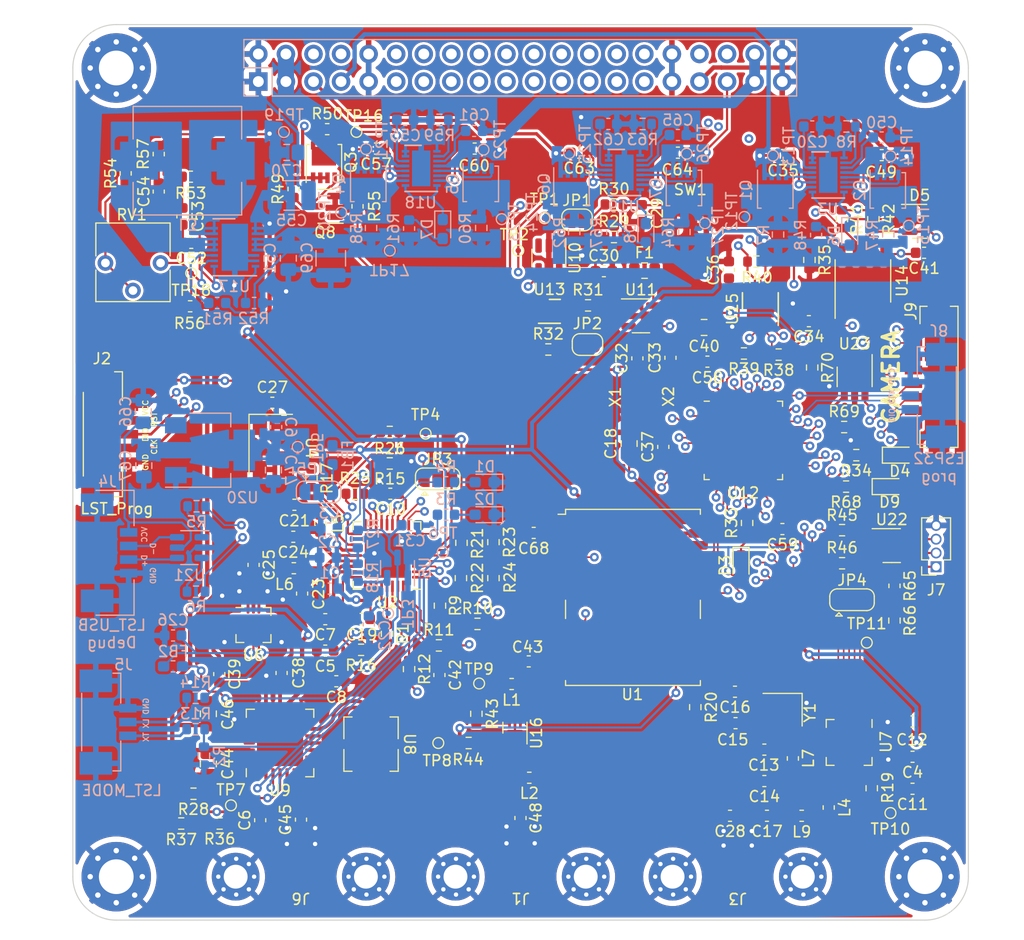
<source format=kicad_pcb>
(kicad_pcb (version 20211014) (generator pcbnew)

  (general
    (thickness 4.69)
  )

  (paper "A4")
  (layers
    (0 "F.Cu" signal)
    (1 "In1.Cu" signal)
    (2 "In2.Cu" signal)
    (31 "B.Cu" signal)
    (32 "B.Adhes" user "B.Adhesive")
    (33 "F.Adhes" user "F.Adhesive")
    (34 "B.Paste" user)
    (35 "F.Paste" user)
    (36 "B.SilkS" user "B.Silkscreen")
    (37 "F.SilkS" user "F.Silkscreen")
    (38 "B.Mask" user)
    (39 "F.Mask" user)
    (40 "Dwgs.User" user "User.Drawings")
    (41 "Cmts.User" user "User.Comments")
    (42 "Eco1.User" user "User.Eco1")
    (43 "Eco2.User" user "User.Eco2")
    (44 "Edge.Cuts" user)
    (45 "Margin" user)
    (46 "B.CrtYd" user "B.Courtyard")
    (47 "F.CrtYd" user "F.Courtyard")
    (48 "B.Fab" user)
    (49 "F.Fab" user)
    (50 "User.1" user)
    (51 "User.2" user)
    (52 "User.3" user)
    (53 "User.4" user)
    (54 "User.5" user)
    (55 "User.6" user)
    (56 "User.7" user)
    (57 "User.8" user)
    (58 "User.9" user)
  )

  (setup
    (stackup
      (layer "F.SilkS" (type "Top Silk Screen"))
      (layer "F.Paste" (type "Top Solder Paste"))
      (layer "F.Mask" (type "Top Solder Mask") (thickness 0.01))
      (layer "F.Cu" (type "copper") (thickness 0.035))
      (layer "dielectric 1" (type "core") (thickness 1.51) (material "FR4") (epsilon_r 4.5) (loss_tangent 0.02))
      (layer "In1.Cu" (type "copper") (thickness 0.035))
      (layer "dielectric 2" (type "prepreg") (thickness 1.51) (material "FR4") (epsilon_r 4.5) (loss_tangent 0.02))
      (layer "In2.Cu" (type "copper") (thickness 0.035))
      (layer "dielectric 3" (type "core") (thickness 1.51) (material "FR4") (epsilon_r 4.5) (loss_tangent 0.02))
      (layer "B.Cu" (type "copper") (thickness 0.035))
      (layer "B.Mask" (type "Bottom Solder Mask") (thickness 0.01))
      (layer "B.Paste" (type "Bottom Solder Paste"))
      (layer "B.SilkS" (type "Bottom Silk Screen"))
      (copper_finish "None")
      (dielectric_constraints no)
    )
    (pad_to_mask_clearance 0)
    (pcbplotparams
      (layerselection 0x00010fc_ffffffff)
      (disableapertmacros false)
      (usegerberextensions false)
      (usegerberattributes true)
      (usegerberadvancedattributes true)
      (creategerberjobfile true)
      (svguseinch false)
      (svgprecision 6)
      (excludeedgelayer true)
      (plotframeref false)
      (viasonmask false)
      (mode 1)
      (useauxorigin false)
      (hpglpennumber 1)
      (hpglpenspeed 20)
      (hpglpendiameter 15.000000)
      (dxfpolygonmode true)
      (dxfimperialunits true)
      (dxfusepcbnewfont true)
      (psnegative false)
      (psa4output false)
      (plotreference true)
      (plotvalue true)
      (plotinvisibletext false)
      (sketchpadsonfab false)
      (subtractmaskfromsilk false)
      (outputformat 1)
      (mirror false)
      (drillshape 1)
      (scaleselection 1)
      (outputdirectory "")
    )
  )

  (net 0 "")
  (net 1 "Net-(C1-Pad1)")
  (net 2 "GND")
  (net 3 "+3V3")
  (net 4 "/OpenLST (Beacon)/PA_VAPC")
  (net 5 "+3V8")
  (net 6 "/OpenLST (Beacon)/VDD_USB_LST")
  (net 7 "Net-(C12-Pad1)")
  (net 8 "Net-(C13-Pad2)")
  (net 9 "Net-(C15-Pad1)")
  (net 10 "Net-(C16-Pad1)")
  (net 11 "Net-(C17-Pad1)")
  (net 12 "Net-(C17-Pad2)")
  (net 13 "/MCU/MCU_POWER")
  (net 14 "Net-(C19-Pad1)")
  (net 15 "/3V3 power share/VCC_EN")
  (net 16 "Net-(C21-Pad2)")
  (net 17 "Net-(C22-Pad1)")
  (net 18 "Net-(C23-Pad2)")
  (net 19 "Net-(C24-Pad1)")
  (net 20 "Net-(C24-Pad2)")
  (net 21 "Net-(C25-Pad2)")
  (net 22 "Net-(C26-Pad1)")
  (net 23 "Net-(C29-Pad1)")
  (net 24 "/3V3 power share/EPS#1")
  (net 25 "Net-(C35-Pad2)")
  (net 26 "Net-(C38-Pad1)")
  (net 27 "Net-(C38-Pad2)")
  (net 28 "Net-(C39-Pad1)")
  (net 29 "Net-(C39-Pad2)")
  (net 30 "/MCU/VREF")
  (net 31 "Net-(C42-Pad1)")
  (net 32 "Net-(C43-Pad1)")
  (net 33 "Net-(C43-Pad2)")
  (net 34 "Net-(C45-Pad1)")
  (net 35 "Net-(C45-Pad2)")
  (net 36 "Net-(C48-Pad1)")
  (net 37 "Net-(C48-Pad2)")
  (net 38 "Net-(C49-Pad1)")
  (net 39 "/3V3 power share/EPS#2")
  (net 40 "Net-(C50-Pad1)")
  (net 41 "VIN")
  (net 42 "Net-(C52-Pad1)")
  (net 43 "Net-(C52-Pad2)")
  (net 44 "Net-(C53-Pad1)")
  (net 45 "Net-(C54-Pad1)")
  (net 46 "/Power Convertor/VBAT1/VCC_EN")
  (net 47 "/Power Convertor/EPS#1_VBAT")
  (net 48 "Net-(C57-Pad2)")
  (net 49 "Net-(C60-Pad1)")
  (net 50 "/Power Convertor/EPS#2_VBAT")
  (net 51 "Net-(C61-Pad1)")
  (net 52 "/5V power share/VCC_EN")
  (net 53 "/5V power share/EPS#1")
  (net 54 "Net-(C63-Pad2)")
  (net 55 "Net-(C64-Pad1)")
  (net 56 "/5V power share/EPS#2")
  (net 57 "Net-(C65-Pad1)")
  (net 58 "/OpenLST (Beacon)/USB_POWER_LST")
  (net 59 "Net-(D1-Pad2)")
  (net 60 "Net-(D2-Pad2)")
  (net 61 "Net-(D3-Pad1)")
  (net 62 "Net-(D4-Pad1)")
  (net 63 "/MCU/CAN_L")
  (net 64 "/MCU/CAN_H")
  (net 65 "Net-(D6-Pad1)")
  (net 66 "Net-(D6-Pad2)")
  (net 67 "Net-(D7-Pad1)")
  (net 68 "Net-(D7-Pad2)")
  (net 69 "Net-(D8-Pad1)")
  (net 70 "Net-(D8-Pad2)")
  (net 71 "Net-(D9-Pad1)")
  (net 72 "Net-(F1-Pad2)")
  (net 73 "Net-(FB1-Pad1)")
  (net 74 "/OpenLST (Beacon)/PROG_DD")
  (net 75 "/OpenLST (Beacon)/PROG_DC")
  (net 76 "/OpenLST (Beacon)/~{LST_RESET}")
  (net 77 "/MCU/USB_POWER")
  (net 78 "Net-(J7-Pad2)")
  (net 79 "Net-(J7-Pad3)")
  (net 80 "/MCU/SWCLK")
  (net 81 "/MCU/SWDIO")
  (net 82 "/MCU/QSPI_D1{slash}CAM_CSN")
  (net 83 "/MCU/QSPI_D2{slash}CAM_MOSI")
  (net 84 "/MCU/QSPI_D3{slash}CAM_MISO")
  (net 85 "/MCU/LED1_QSPI")
  (net 86 "+5V")
  (net 87 "/I2C_SDA")
  (net 88 "/I2C_SCL")
  (net 89 "unconnected-(J12-Pad6)")
  (net 90 "unconnected-(J12-Pad8)")
  (net 91 "unconnected-(J12-Pad11)")
  (net 92 "unconnected-(J12-Pad12)")
  (net 93 "unconnected-(J12-Pad13)")
  (net 94 "unconnected-(J12-Pad14)")
  (net 95 "unconnected-(J12-Pad15)")
  (net 96 "unconnected-(J12-Pad16)")
  (net 97 "unconnected-(J12-Pad17)")
  (net 98 "unconnected-(J12-Pad18)")
  (net 99 "/MCU/RS_485_~{B}")
  (net 100 "/MCU/RS_485_A")
  (net 101 "unconnected-(J12-Pad23)")
  (net 102 "unconnected-(J12-Pad24)")
  (net 103 "/MCU/LED1_CAM")
  (net 104 "/MCU/QSPI_SCK")
  (net 105 "/MCU/QSPI_NCS")
  (net 106 "unconnected-(J12-Pad34)")
  (net 107 "unconnected-(J12-Pad36)")
  (net 108 "Net-(JP1-Pad1)")
  (net 109 "/MCU/NRST")
  (net 110 "Net-(JP2-Pad1)")
  (net 111 "Net-(JP2-Pad2)")
  (net 112 "/OpenLST (Beacon)/RF_EN")
  (net 113 "/OpenLST (Beacon)/RF_EN_MCU")
  (net 114 "/OpenLST (Beacon)/RF_PWR_EN")
  (net 115 "Net-(JP4-Pad3)")
  (net 116 "/MCU/VDD_USB")
  (net 117 "Net-(L3-Pad1)")
  (net 118 "Net-(L3-Pad2)")
  (net 119 "Net-(L4-Pad1)")
  (net 120 "Net-(L4-Pad2)")
  (net 121 "Net-(Q1-Pad5)")
  (net 122 "Net-(Q1-Pad4)")
  (net 123 "Net-(Q2-Pad4)")
  (net 124 "Net-(Q2-Pad5)")
  (net 125 "Net-(Q3-Pad4)")
  (net 126 "Net-(Q3-Pad5)")
  (net 127 "Net-(Q4-Pad5)")
  (net 128 "Net-(Q4-Pad4)")
  (net 129 "Net-(Q5-Pad4)")
  (net 130 "Net-(Q5-Pad5)")
  (net 131 "Net-(Q6-Pad5)")
  (net 132 "Net-(Q6-Pad4)")
  (net 133 "Net-(Q7-Pad4)")
  (net 134 "Net-(Q7-Pad5)")
  (net 135 "/OpenLST (Beacon)/~{LST_RX_MODE}")
  (net 136 "/OpenLST (Beacon)/LST_TX_MODE")
  (net 137 "Net-(R3-Pad2)")
  (net 138 "Net-(R4-Pad2)")
  (net 139 "Net-(R5-Pad1)")
  (net 140 "/OpenLST (Beacon)/USB_N")
  (net 141 "/OpenLST (Beacon)/USB_P")
  (net 142 "Net-(R6-Pad2)")
  (net 143 "Net-(R8-Pad2)")
  (net 144 "Net-(R9-Pad1)")
  (net 145 "/OpenLST (Beacon)/UART0_CTS")
  (net 146 "Net-(R10-Pad1)")
  (net 147 "/OpenLST (Beacon)/UART0_RTS")
  (net 148 "Net-(R11-Pad1)")
  (net 149 "/OpenLST (Beacon)/UART0_RX")
  (net 150 "Net-(R12-Pad1)")
  (net 151 "/OpenLST (Beacon)/UART0_TX")
  (net 152 "Net-(R15-Pad2)")
  (net 153 "Net-(R16-Pad2)")
  (net 154 "Net-(R17-Pad1)")
  (net 155 "Net-(R17-Pad2)")
  (net 156 "Net-(R19-Pad2)")
  (net 157 "/OpenLST (Beacon)/AN0")
  (net 158 "/OpenLST (Beacon)/AN1")
  (net 159 "Net-(R25-Pad2)")
  (net 160 "/OpenLST (Beacon)/RF_BYP")
  (net 161 "Net-(R32-Pad1)")
  (net 162 "/MCU/LED2")
  (net 163 "/MCU/CAN_RS")
  (net 164 "/MCU/RS_485_R_EN")
  (net 165 "/MCU/RS_485_T_EN")
  (net 166 "Net-(R43-Pad2)")
  (net 167 "Net-(R44-Pad1)")
  (net 168 "Net-(R44-Pad2)")
  (net 169 "Net-(R45-Pad1)")
  (net 170 "/MCU/USB_N")
  (net 171 "/MCU/USB_P")
  (net 172 "Net-(R46-Pad2)")
  (net 173 "Net-(R51-Pad2)")
  (net 174 "Net-(R52-Pad1)")
  (net 175 "Net-(R54-Pad2)")
  (net 176 "Net-(R59-Pad2)")
  (net 177 "Net-(R63-Pad2)")
  (net 178 "unconnected-(U1-Pad1)")
  (net 179 "unconnected-(U1-Pad3)")
  (net 180 "/GPS Module/IRQ")
  (net 181 "unconnected-(U1-Pad5)")
  (net 182 "unconnected-(U1-Pad6)")
  (net 183 "/GPS Module/RESET")
  (net 184 "unconnected-(U1-Pad15)")
  (net 185 "unconnected-(U1-Pad16)")
  (net 186 "unconnected-(U1-Pad17)")
  (net 187 "/GPS Module/TXD")
  (net 188 "/GPS Module/RXD")
  (net 189 "unconnected-(U2-Pad8)")
  (net 190 "unconnected-(U2-Pad18)")
  (net 191 "unconnected-(U2-Pad20)")
  (net 192 "/MCU/NRF_CE")
  (net 193 "/MCU/NRF_SPI_CSN")
  (net 194 "/MCU/NRF_SPI_SCK")
  (net 195 "/MCU/NRF_SPI_MOSI")
  (net 196 "/MCU/NRF_SPI_MISO")
  (net 197 "/MCU/NRF_IRQ")
  (net 198 "Net-(U8-Pad2)")
  (net 199 "Net-(U8-Pad6)")
  (net 200 "unconnected-(U9-Pad14)")
  (net 201 "unconnected-(U9-Pad16)")
  (net 202 "unconnected-(U9-Pad25)")
  (net 203 "unconnected-(U10-Pad3)")
  (net 204 "/MCU/WDG_RESET")
  (net 205 "unconnected-(U11-Pad3)")
  (net 206 "unconnected-(U12-Pad1)")
  (net 207 "/MCU/LSE")
  (net 208 "/MCU/HSE")
  (net 209 "/MCU/CAN_RX")
  (net 210 "/MCU/CAN_TX")
  (net 211 "unconnected-(U13-Pad3)")
  (net 212 "/MCU/RS_485_R")
  (net 213 "/MCU/RS_485_T")
  (net 214 "unconnected-(U15-Pad7)")
  (net 215 "unconnected-(X1-Pad1)")
  (net 216 "unconnected-(U6-Pad4)")
  (net 217 "/camera/CAM_VCC")
  (net 218 "Net-(R70-Pad1)")
  (net 219 "Net-(U21-Pad6)")
  (net 220 "Net-(U21-Pad4)")
  (net 221 "Net-(R13-Pad2)")
  (net 222 "Net-(R14-Pad2)")

  (footprint "Capacitor_SMD:C_0805_2012Metric_Pad1.18x1.45mm_HandSolder" (layer "F.Cu") (at 143.1544 71.9044))

  (footprint "TCY_Buttons:KMT031NGJLHS" (layer "F.Cu") (at 141.8844 61.5881))

  (footprint "Resistor_SMD:R_0603_1608Metric" (layer "F.Cu") (at 98.5276 117.602))

  (footprint "Resistor_SMD:R_0603_1608Metric" (layer "F.Cu") (at 158.75 61.9252 -90))

  (footprint "Package_DFN_QFN:QFN-20-1EP_4x4mm_P0.5mm_EP2.5x2.5mm" (layer "F.Cu") (at 156.5148 110.1344 -90))

  (footprint "MountingHole:MountingHole_3.2mm_M3_Pad_Via" (layer "F.Cu") (at 163.5 122.5))

  (footprint "Resistor_SMD:R_0603_1608Metric" (layer "F.Cu") (at 120.8024 91.7448 90))

  (footprint "Capacitor_SMD:C_0603_1608Metric" (layer "F.Cu") (at 98.4905 103.8352 -90))

  (footprint "Resistor_SMD:R_0603_1608Metric" (layer "F.Cu") (at 147.9804 65.8368 180))

  (footprint "Inductor_SMD:L_0603_1608Metric" (layer "F.Cu") (at 107.7976 89.9668 -90))

  (footprint "Resistor_SMD:R_0603_1608Metric" (layer "F.Cu") (at 121.4628 110.1852))

  (footprint "MountingHole:MountingHole_3.2mm_M3_Pad_Via" (layer "F.Cu") (at 89 48))

  (footprint "Package_TO_SOT_SMD:SOT-23-6" (layer "F.Cu") (at 160.4386 91.9988))

  (footprint "Capacitor_SMD:C_0603_1608Metric" (layer "F.Cu") (at 105.41 88.2396))

  (footprint "Capacitor_SMD:C_0603_1608Metric" (layer "F.Cu") (at 127.4572 90.8304 180))

  (footprint "Capacitor_SMD:C_0603_1608Metric" (layer "F.Cu") (at 152.8064 71.3232 180))

  (footprint "Resistor_SMD:R_0603_1608Metric" (layer "F.Cu") (at 153.1112 75.5904 -90))

  (footprint "Capacitor_SMD:C_0603_1608Metric" (layer "F.Cu") (at 114.2492 87.2236 180))

  (footprint "Inductor_SMD:L_0603_1608Metric" (layer "F.Cu") (at 127.0508 113.3856))

  (footprint "RF_GPS:ublox_NEO" (layer "F.Cu") (at 136.6012 96.774))

  (footprint "Package_TO_SOT_SMD:SOT-23-6_Handsoldering" (layer "F.Cu") (at 157.0228 76.454 -90))

  (footprint "Capacitor_SMD:C_0603_1608Metric" (layer "F.Cu") (at 108.2548 98.7792 180))

  (footprint "Inductor_SMD:L_0603_1608Metric" (layer "F.Cu") (at 105.3344 59.1454 90))

  (footprint "Resistor_SMD:R_0603_1608Metric" (layer "F.Cu") (at 158.5976 114.3508 90))

  (footprint "Jumper:SolderJumper-2_P1.3mm_Open_RoundedPad1.0x1.5mm" (layer "F.Cu") (at 132.4108 73.4753 180))

  (footprint "Capacitor_SMD:C_0603_1608Metric" (layer "F.Cu") (at 118.7704 103.9238 90))

  (footprint "Jumper:SolderJumper-2_P1.3mm_Open_RoundedPad1.0x1.5mm" (layer "F.Cu") (at 131.4456 61.9945))

  (footprint "Inductor_SMD:L_0603_1608Metric" (layer "F.Cu") (at 95.8596 58.0136))

  (footprint "Capacitor_SMD:C_0603_1608Metric" (layer "F.Cu") (at 133.9218 66.7189))

  (footprint "Capacitor_SMD:C_0603_1608Metric" (layer "F.Cu") (at 127 102.6668 180))

  (footprint "Jumper:SolderJumper-3_P1.3mm_Open_RoundedPad1.0x1.5mm" (layer "F.Cu") (at 156.781 96.9871))

  (footprint "Capacitor_SMD:C_0603_1608Metric" (layer "F.Cu") (at 148.7046 113.6904))

  (footprint "MountingHole:MountingHole_3.2mm_M3_Pad_Via" (layer "F.Cu") (at 163.5 48))

  (footprint "Resistor_SMD:R_0603_1608Metric" (layer "F.Cu") (at 111.5568 101.6 180))

  (footprint "Resistor_SMD:R_0603_1608Metric" (layer "F.Cu") (at 118.8212 97.536 -90))

  (footprint "Resistor_SMD:R_0603_1608Metric" (layer "F.Cu") (at 134.8492 60.5721))

  (footprint "Resistor_SMD:R_0603_1608Metric" (layer "F.Cu") (at 157.1752 83.6676 180))

  (footprint "Capacitor_SMD:C_0603_1608Metric" (layer "F.Cu") (at 122.0216 55.4228))

  (footprint "TCY_Connector:TestPoint_Pad_D0.5mm" (layer "F.Cu") (at 122.428 104.6988))

  (footprint "Resistor_SMD:R_0603_1608Metric" (layer "F.Cu") (at 123.7488 94.996 90))

  (footprint "Resistor_SMD:R_0603_1608Metric" (layer "F.Cu") (at 115.9764 103.378 -90))

  (footprint "Capacitor_SMD:C_0603_1608Metric" (layer "F.Cu") (at 139.3952 82.9056 90))

  (footprint "Resistor_SMD:R_0603_1608Metric" (layer "F.Cu") (at 155.8666 90.5764 180))

  (footprint "Resistor_SMD:R_0603_1608Metric" (layer "F.Cu") (at 110.998 87.2236))

  (footprint "Resistor_SMD:R_0603_1608Metric" (layer "F.Cu") (at 113.9444 100.1268 90))

  (footprint "footprints:iPEX" (layer "F.Cu") (at 146.25 122.5 180))

  (footprint "Capacitor_SMD:C_0603_1608Metric" (layer "F.Cu") (at 145.542 116.8908 180))

  (footprint "TCY_Connector:TestPoint_Pad_D0.5mm" (layer "F.Cu") (at 158.1404 100.9396))

  (footprint "Capacitor_SMD:C_0603_1608Metric" (layer "F.Cu") (at 162.3568 114.4016 180))

  (footprint "Capacitor_SMD:C_0603_1608Metric" (layer "F.Cu") (at 112.9284 55.4228))

  (footprint "Inductor_SMD:L_0603_1608Metric" (layer "F.Cu") (at 151.3332 111.6076 -90))

  (footprint "Capacitor_SMD:C_0603_1608Metric" (layer "F.Cu") (at 137.414 61.3849 -90))

  (footprint "Capacitor_SMD:C_0603_1608Metric" (layer "F.Cu") (at 159.517223 56.0263))

  (footprint "Resistor_SMD:R_0603_1608Metric" (layer "F.Cu") (at 142.3416 106.8832 90))

  (footprint "Resistor_SMD:R_0603_1608Metric" (layer "F.Cu") (at 120.7516 94.996 90))

  (footprint "Resistor_SMD:R_0603_1608Metric" (layer "F.Cu") (at 160.6926 98.9076 -90))

  (footprint "footprints:iPEX" (layer "F.Cu")
    (tedit 62249243) (tstamp 5e845d28-b090-4cbe-b836-36c12cd256a2)
    (at 106 122.5 180)
    (property "Sheetfile" "OpenLST.kicad_sch")
    (property "Sheetname" "OpenLST (Beacon)")
    (path "/829b2795-9702-4633-a078-e2998d6d9402/bd95501b-0179-41e8-b4ae-aa683068528d")
    (attr smd)
    (fp_text reference "J6" (at 0 -2 180 unlocked) (layer "F.SilkS")
      (effects (font (size 1 1) (thickness 0.15)))
      (tstamp 01a309ae-24f0-425f-8e66-62836d44754f)
    )
    (fp_text value "iPEX" (at 0 3.25 180 unlocked) (layer "F.Fab")
      (ef
... [2820930 chars truncated]
</source>
